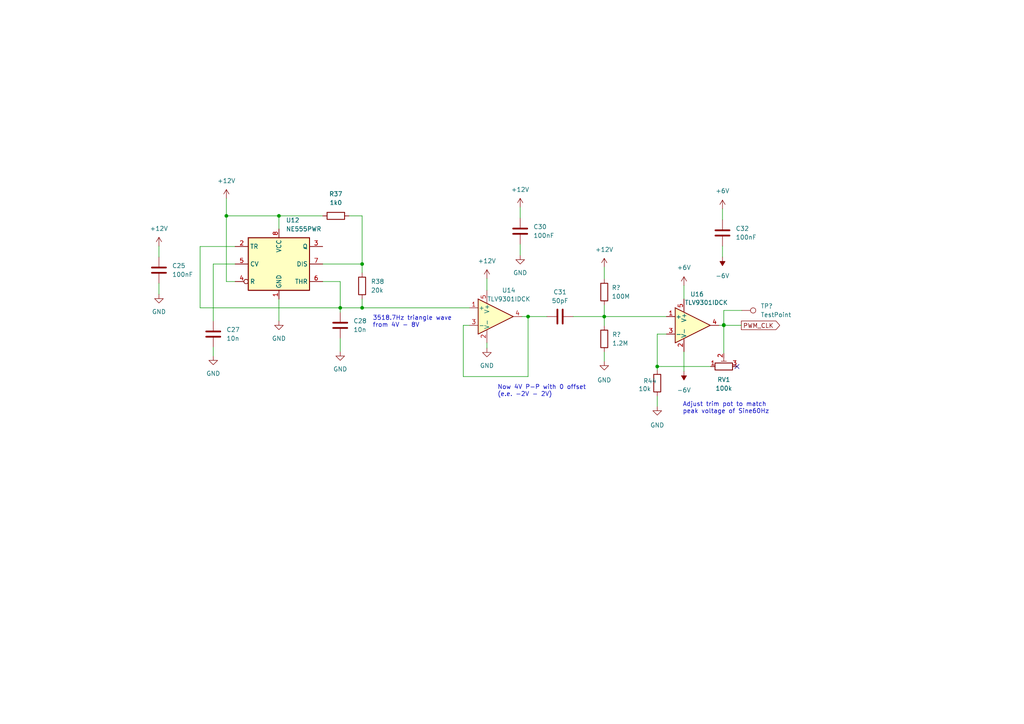
<source format=kicad_sch>
(kicad_sch (version 20211123) (generator eeschema)
  (paper "A4")
  (lib_symbols
    (symbol "Amplifier_Operational:TLV9001IDCK" (pin_names (offset 0.127))
      (property "Reference" "U" (at 7.62 2.54 0))
      (property "Value" "TLV9001IDCK" (at 11.43 -2.54 0))
      (symbol "TLV9001IDCK_0_1"
        (polyline (pts (xy -2.54 5.08) (xy -2.54 -5.08) (xy 7.62 0) (xy -2.54 5.08)) (stroke (width 0.254)) (fill (type background)))
      )
      (symbol "TLV9001IDCK_1_1"
        (pin input line (at -5.08 2.54 0) (length 2.54) (name "+") (number "1"))
        (pin power_in line (at 0 -7.62 90) (length 3.81) (name "V-") (number "2"))
        (pin input line (at -5.08 -2.54 0) (length 2.54) (name "-") (number "3"))
        (pin output line (at 10.16 0 180) (length 2.54) (name "~") (number "4"))
        (pin power_in line (at 0 7.62 270) (length 3.81) (name "V+") (number "5"))
      )
    )
    (symbol "Connector:TestPoint" (pin_numbers hide) (pin_names (offset 0.762) hide)
      (property "Reference" "TP" (at 0 6.858 0))
      (property "Value" "TestPoint" (at 0 5.08 0))
      (symbol "TestPoint_0_1"
        (circle (center 0 3.302) (radius 0.762))
      )
      (symbol "TestPoint_1_1"
        (pin passive line (at 0 0 90) (length 2.54) (name "1") (number "1"))
      )
    )
    (symbol "Device:C" (pin_numbers hide) (pin_names (offset 0.254))
      (property "Reference" "C" (at 0.635 2.54 0))
      (property "Value" "C" (at 0.635 -2.54 0))
      (symbol "C_0_1"
        (polyline (pts (xy -2.032 -0.762) (xy 2.032 -0.762)) (stroke (width 0.508)))
        (polyline (pts (xy -2.032 0.762) (xy 2.032 0.762)) (stroke (width 0.508)))
      )
      (symbol "C_1_1"
        (pin passive line (at 0 3.81 270) (length 2.794) (name "~") (number "1"))
        (pin passive line (at 0 -3.81 90) (length 2.794) (name "~") (number "2"))
      )
    )
    (symbol "Device:R" (pin_numbers hide) (pin_names (offset 0))
      (property "Reference" "R" (at 2.032 0 90))
      (property "Value" "R" (at 0 0 90))
      (symbol "R_0_1"
        (rectangle (start -1.016 -2.54) (end 1.016 2.54) (stroke (width 0.254)))
      )
      (symbol "R_1_1"
        (pin passive line (at 0 3.81 270) (length 1.27) (name "~") (number "1"))
        (pin passive line (at 0 -3.81 90) (length 1.27) (name "~") (number "2"))
      )
    )
    (symbol "Device:R_Potentiometer_Trim" (pin_names (offset 1.016) hide)
      (property "Reference" "RV" (at -4.445 0 90))
      (property "Value" "R_Potentiometer_Trim" (at -2.54 0 90))
      (symbol "R_Potentiometer_Trim_0_1"
        (polyline (pts (xy 1.524 0.762) (xy 1.524 -0.762)))
        (polyline (pts (xy 2.54 0) (xy 1.524 0)))
        (rectangle (start 1.016 2.54) (end -1.016 -2.54) (stroke (width 0.254)))
      )
      (symbol "R_Potentiometer_Trim_1_1"
        (pin passive line (at 0 3.81 270) (length 1.27) (name "1") (number "1"))
        (pin passive line (at 3.81 0 180) (length 1.27) (name "2") (number "2"))
        (pin passive line (at 0 -3.81 90) (length 1.27) (name "3") (number "3"))
      )
    )
    (symbol "GND_2" (power) (pin_names (offset 0))
      (property "Value" "GND_2" (at 0 -3.81 0))
      (symbol "GND_2_0_1"
        (polyline (pts (xy 0 0) (xy 0 -1.27) (xy 1.27 -1.27) (xy 0 -2.54) (xy -1.27 -1.27) (xy 0 -1.27)))
      )
      (symbol "GND_2_1_1"
        (pin power_in line (at 0 0 270) (length 0) hide (name "GND") (number "1"))
      )
    )
    (symbol "Timer:NE555P"
      (property "Reference" "U" (at -10.16 8.89 0))
      (property "Value" "NE555P" (at 2.54 8.89 0))
      (symbol "NE555P_0_0"
        (pin power_in line (at 0 -10.16 90) (length 2.54) (name "GND") (number "1"))
        (pin power_in line (at 0 10.16 270) (length 2.54) (name "VCC") (number "8"))
      )
      (symbol "NE555P_0_1"
        (rectangle (start -8.89 -7.62) (end 8.89 7.62) (stroke (width 0.254)) (fill (type background)))
        (rectangle (start -8.89 -7.62) (end 8.89 7.62) (stroke (width 0.254)) (fill (type background)))
      )
      (symbol "NE555P_1_1"
        (pin input line (at -12.7 5.08 0) (length 3.81) (name "TR") (number "2"))
        (pin output line (at 12.7 5.08 180) (length 3.81) (name "Q") (number "3"))
        (pin input inverted (at -12.7 -5.08 0) (length 3.81) (name "R") (number "4"))
        (pin input line (at -12.7 0 0) (length 3.81) (name "CV") (number "5"))
        (pin input line (at 12.7 -5.08 180) (length 3.81) (name "THR") (number "6"))
        (pin input line (at 12.7 0 180) (length 3.81) (name "DIS") (number "7"))
      )
    )
    (symbol "power:+12V" (power) (pin_names (offset 0))
      (property "Value" "+12V" (at 0 3.556 0))
      (symbol "+12V_0_1"
        (polyline (pts (xy -0.762 1.27) (xy 0 2.54)))
        (polyline (pts (xy 0 0) (xy 0 2.54)))
        (polyline (pts (xy 0 2.54) (xy 0.762 1.27)))
      )
      (symbol "+12V_1_1"
        (pin power_in line (at 0 0 90) (length 0) hide (name "+12V") (number "1"))
      )
    )
    (symbol "power:+6V" (power) (pin_names (offset 0))
      (property "Value" "+6V" (at 0 3.556 0))
      (symbol "+6V_0_1"
        (polyline (pts (xy -0.762 1.27) (xy 0 2.54)))
        (polyline (pts (xy 0 0) (xy 0 2.54)))
        (polyline (pts (xy 0 2.54) (xy 0.762 1.27)))
      )
      (symbol "+6V_1_1"
        (pin power_in line (at 0 0 90) (length 0) hide (name "+6V") (number "1"))
      )
    )
    (symbol "power:-6V" (power) (pin_names (offset 0))
      (property "Value" "-6V" (at 0 3.81 0))
      (symbol "-6V_0_0"
        (pin power_in line (at 0 0 90) (length 0) hide (name "-6V") (number "1"))
      )
      (symbol "-6V_0_1"
        (polyline (pts (xy 0 0) (xy 0 1.27) (xy 0.762 1.27) (xy 0 2.54) (xy -0.762 1.27) (xy 0 1.27)) (fill (type outline)))
      )
    )
    (symbol "power:GND" (power) (pin_names (offset 0))
      (property "Value" "GND" (at 0 -3.81 0))
      (symbol "GND_0_1"
        (polyline (pts (xy 0 0) (xy 0 -1.27) (xy 1.27 -1.27) (xy 0 -2.54) (xy -1.27 -1.27) (xy 0 -1.27)))
      )
      (symbol "GND_1_1"
        (pin power_in line (at 0 0 270) (length 0) hide (name "GND") (number "1"))
      )
    )
  )
  (junction (at 98.679 89.281))
  (junction (at 153.162 91.821))
  (junction (at 190.627 106.299))
  (junction (at 105.029 76.581))
  (junction (at 105.029 89.281))
  (junction (at 175.26 91.821))
  (junction (at 80.899 62.611))
  (junction (at 209.931 94.361))
  (junction (at 209.931 94.234))
  (junction (at 65.659 62.611))
  (no_connect (at 213.741 106.299))
  (wire (pts (xy 175.26 77.47) (xy 175.26 80.899)))
  (wire (pts (xy 105.029 62.611) (xy 101.219 62.611)))
  (wire (pts (xy 198.374 101.981) (xy 198.374 107.696)))
  (wire (pts (xy 153.162 91.821) (xy 153.162 109.22)))
  (wire (pts (xy 190.627 96.901) (xy 190.627 106.299)))
  (wire (pts (xy 175.26 91.821) (xy 193.294 91.821)))
  (wire (pts (xy 215.011 94.361) (xy 209.931 94.361)))
  (wire (pts (xy 193.294 96.901) (xy 190.627 96.901)))
  (wire (pts (xy 209.931 94.361) (xy 209.931 94.234)))
  (wire (pts (xy 46.101 71.374) (xy 46.101 74.549)))
  (wire (pts (xy 141.224 100.965) (xy 141.224 99.441)))
  (wire (pts (xy 209.931 90.043) (xy 209.931 94.234)))
  (wire (pts (xy 80.899 62.611) (xy 65.659 62.611)))
  (wire (pts (xy 98.679 98.171) (xy 98.679 101.981)))
  (wire (pts (xy 105.029 89.281) (xy 136.144 89.281)))
  (wire (pts (xy 46.101 82.169) (xy 46.101 85.344)))
  (wire (pts (xy 98.679 81.661) (xy 98.679 89.281)))
  (wire (pts (xy 134.366 109.22) (xy 153.162 109.22)))
  (wire (pts (xy 209.931 102.489) (xy 209.931 94.361)))
  (wire (pts (xy 153.162 91.821) (xy 158.623 91.821)))
  (wire (pts (xy 175.26 102.108) (xy 175.26 104.775)))
  (wire (pts (xy 136.144 94.361) (xy 134.366 94.361)))
  (wire (pts (xy 206.121 106.299) (xy 190.627 106.299)))
  (wire (pts (xy 190.627 114.935) (xy 190.627 117.856)))
  (wire (pts (xy 80.899 62.611) (xy 93.599 62.611)))
  (wire (pts (xy 65.659 57.531) (xy 65.659 62.611)))
  (wire (pts (xy 208.534 94.361) (xy 209.931 94.361)))
  (wire (pts (xy 175.26 88.519) (xy 175.26 91.821)))
  (wire (pts (xy 80.899 66.421) (xy 80.899 62.611)))
  (wire (pts (xy 166.243 91.821) (xy 175.26 91.821)))
  (wire (pts (xy 65.659 62.611) (xy 65.659 81.661)))
  (wire (pts (xy 58.039 71.501) (xy 58.039 89.281)))
  (wire (pts (xy 141.224 80.772) (xy 141.224 84.201)))
  (wire (pts (xy 209.55 60.579) (xy 209.55 63.754)))
  (wire (pts (xy 209.55 71.374) (xy 209.55 74.549)))
  (wire (pts (xy 198.374 82.804) (xy 198.374 86.741)))
  (wire (pts (xy 105.029 89.281) (xy 105.029 86.741)))
  (wire (pts (xy 98.679 89.281) (xy 98.679 90.551)))
  (wire (pts (xy 150.876 70.866) (xy 150.876 74.041)))
  (wire (pts (xy 61.849 76.581) (xy 61.849 93.091)))
  (wire (pts (xy 134.366 94.361) (xy 134.366 109.22)))
  (wire (pts (xy 58.039 89.281) (xy 98.679 89.281)))
  (wire (pts (xy 93.599 81.661) (xy 98.679 81.661)))
  (wire (pts (xy 190.627 106.299) (xy 190.627 107.315)))
  (wire (pts (xy 175.26 94.488) (xy 175.26 91.821)))
  (wire (pts (xy 105.029 76.581) (xy 105.029 79.121)))
  (wire (pts (xy 68.199 71.501) (xy 58.039 71.501)))
  (wire (pts (xy 93.599 76.581) (xy 105.029 76.581)))
  (wire (pts (xy 80.899 86.741) (xy 80.899 93.091)))
  (wire (pts (xy 150.876 60.071) (xy 150.876 63.246)))
  (wire (pts (xy 65.659 81.661) (xy 68.199 81.661)))
  (wire (pts (xy 105.029 76.581) (xy 105.029 62.611)))
  (wire (pts (xy 215.138 90.043) (xy 209.931 90.043)))
  (wire (pts (xy 151.384 91.821) (xy 153.162 91.821)))
  (wire (pts (xy 68.199 76.581) (xy 61.849 76.581)))
  (wire (pts (xy 98.679 89.281) (xy 105.029 89.281)))
  (wire (pts (xy 61.849 100.711) (xy 61.849 103.251)))
  (text "3518.7Hz triangle wave\nfrom 4V - 8V" (at 108.077 95.123 0) (effects (font (size 1.27 1.27)) (justify left bottom)))
  (text "Adjust trim pot to match \npeak voltage of Sine60Hz" (at 197.993 120.142 0) (effects (font (size 1.27 1.27)) (justify left bottom)))
  (text "Now 4V P-P with 0 offset\n(e.e. -2V - 2V)" (at 144.272 115.189 0) (effects (font (size 1.27 1.27)) (justify left bottom)))
  (global_label "PWM_CLK" (shape output) (at 215.011 94.361 0) (property "Intersheet References" "${INTERSHEET_REFS}" (effects hide)))
  (symbol (lib_id "power:GND") (at 150.876 74.041 0) (unit 1)
    (property "Reference" "#PWR?" (effects hide))
    (property "Value" "GND" (at 150.876 79.121 0))
  )
  (symbol (lib_name "GND_2") (lib_id "power:GND") (at 175.26 104.775 0) (unit 1)
    (property "Reference" "#PWR?" (effects hide))
    (property "Value" "GND" (at 175.26 110.236 0))
  )
  (symbol (lib_id "Device:R") (at 97.409 62.611 90) (unit 1)
    (property "Reference" "R37" (at 97.409 56.261 90))
    (property "Value" "1k0" (at 97.409 58.801 90))
  )
  (symbol (lib_id "power:-6V") (at 209.55 74.549 180) (unit 1)
    (property "Reference" "#PWR?" (effects hide))
    (property "Value" "-6V" (at 209.55 80.01 0))
  )
  (symbol (lib_id "power:+12V") (at 175.26 77.47 0) (unit 1)
    (property "Reference" "#PWR?" (effects hide))
    (property "Value" "+12V" (at 175.26 72.39 0))
  )
  (symbol (lib_id "Amplifier_Operational:TLV9001IDCK") (at 198.374 94.361 0) (unit 1)
    (property "Reference" "U16" (at 202.184 85.344 0))
    (property "Value" "TLV9301IDCK" (at 204.851 87.757 0))
    (property "Footprint" "Package_TO_SOT_SMD:SOT-353_SC-70-5" (effects hide))
    (property "Datasheet" "https://www.ti.com/lit/ds/symlink/tlv9001.pdf" (effects hide))
  )
  (symbol (lib_id "Device:R") (at 175.26 98.298 0) (unit 1)
    (property "Reference" "R?" (at 177.546 97.0279 0) (effects (justify left)))
    (property "Value" "1.2M" (at 177.546 99.5679 0) (effects (justify left)))
  )
  (symbol (lib_id "Device:R") (at 190.627 111.125 0) (unit 1)
    (property "Reference" "R44" (at 186.563 110.49 0) (effects (justify left)))
    (property "Value" "10k" (at 185.166 112.776 0) (effects (justify left)))
  )
  (symbol (lib_id "power:+6V") (at 198.374 82.804 0) (unit 1)
    (property "Reference" "#PWR?" (effects hide))
    (property "Value" "+6V" (at 198.374 77.597 0))
  )
  (symbol (lib_id "Device:C") (at 162.433 91.821 90) (unit 1)
    (property "Reference" "C31" (at 162.433 84.709 90))
    (property "Value" "50pF" (at 162.433 87.249 90))
  )
  (symbol (lib_id "Device:C") (at 98.679 94.361 0) (unit 1)
    (property "Reference" "C28" (at 102.489 93.0909 0) (effects (justify left)))
    (property "Value" "10n" (at 102.489 95.6309 0) (effects (justify left)))
  )
  (symbol (lib_id "power:+12V") (at 65.659 57.531 0) (unit 1)
    (property "Reference" "#PWR?" (effects hide))
    (property "Value" "+12V" (at 65.659 52.451 0))
  )
  (symbol (lib_id "Connector:TestPoint") (at 215.138 90.043 270) (unit 1)
    (property "Reference" "TP?" (at 220.599 88.7729 90) (effects (justify left)))
    (property "Value" "TestPoint" (at 220.599 91.3129 90) (effects (justify left)))
  )
  (symbol (lib_id "power:+6V") (at 209.55 60.579 0) (unit 1)
    (property "Reference" "#PWR?" (effects hide))
    (property "Value" "+6V" (at 209.55 55.372 0))
  )
  (symbol (lib_id "power:GND") (at 61.849 103.251 0) (unit 1)
    (property "Reference" "#PWR?" (effects hide))
    (property "Value" "GND" (at 61.849 108.331 0))
  )
  (symbol (lib_id "Device:R") (at 175.26 84.709 0) (unit 1)
    (property "Reference" "R?" (at 177.419 83.4389 0) (effects (justify left)))
    (property "Value" "100M" (at 177.419 85.9789 0) (effects (justify left)))
  )
  (symbol (lib_id "Device:C") (at 150.876 67.056 0) (unit 1)
    (property "Reference" "C30" (at 154.686 65.7859 0) (effects (justify left)))
    (property "Value" "100nF" (at 154.686 68.3259 0) (effects (justify left)))
  )
  (symbol (lib_id "power:GND") (at 46.101 85.344 0) (unit 1)
    (property "Reference" "#PWR?" (effects hide))
    (property "Value" "GND" (at 46.101 90.424 0))
  )
  (symbol (lib_name "GND_2") (lib_id "power:GND") (at 190.627 117.856 0) (unit 1)
    (property "Reference" "#PWR?" (effects hide))
    (property "Value" "GND" (at 190.627 123.317 0))
  )
  (symbol (lib_id "Device:R") (at 105.029 82.931 0) (unit 1)
    (property "Reference" "R38" (at 107.569 81.6609 0) (effects (justify left)))
    (property "Value" "20k" (at 107.569 84.2009 0) (effects (justify left)))
  )
  (symbol (lib_id "Amplifier_Operational:TLV9001IDCK") (at 141.224 91.821 0) (unit 1)
    (property "Reference" "U14" (at 147.574 84.201 0))
    (property "Value" "TLV9301IDCK" (at 147.574 86.741 0))
    (property "Footprint" "Package_TO_SOT_SMD:SOT-353_SC-70-5" (effects hide))
    (property "Datasheet" "https://www.ti.com/lit/ds/symlink/tlv9001.pdf" (effects hide))
  )
  (symbol (lib_id "Timer:NE555P") (at 80.899 76.581 0) (unit 1)
    (property "Reference" "U12" (at 82.9184 63.881 0) (effects (justify left)))
    (property "Value" "NE555PWR" (at 82.9184 66.421 0) (effects (justify left)))
    (property "Footprint" "Package_SO:TSSOP-8_4.4x3mm_P0.65mm" (effects hide))
    (property "Datasheet" "http://www.ti.com/lit/ds/symlink/ne555.pdf" (effects hide))
  )
  (symbol (lib_id "power:+12V") (at 46.101 71.374 0) (unit 1)
    (property "Reference" "#PWR?" (effects hide))
    (property "Value" "+12V" (at 46.101 66.294 0))
  )
  (symbol (lib_id "power:-6V") (at 198.374 107.696 180) (unit 1)
    (property "Reference" "#PWR?" (effects hide))
    (property "Value" "-6V" (at 198.374 113.157 0))
  )
  (symbol (lib_id "power:GND") (at 80.899 93.091 0) (unit 1)
    (property "Reference" "#PWR?" (effects hide))
    (property "Value" "GND" (at 80.899 98.171 0))
  )
  (symbol (lib_id "power:GND") (at 141.224 100.965 0) (unit 1)
    (property "Reference" "#PWR?" (effects hide))
    (property "Value" "GND" (at 141.224 106.045 0))
  )
  (symbol (lib_id "Device:C") (at 209.55 67.564 0) (unit 1)
    (property "Reference" "C32" (at 213.36 66.2939 0) (effects (justify left)))
    (property "Value" "100nF" (at 213.36 68.8339 0) (effects (justify left)))
  )
  (symbol (lib_id "power:GND") (at 98.679 101.981 0) (unit 1)
    (property "Reference" "#PWR?" (effects hide))
    (property "Value" "GND" (at 98.679 107.061 0))
  )
  (symbol (lib_id "Device:R_Potentiometer_Trim") (at 209.931 106.299 90) (unit 1)
    (property "Reference" "RV1" (at 209.931 110.109 90))
    (property "Value" "100k" (at 209.931 112.649 90))
  )
  (symbol (lib_id "power:+12V") (at 150.876 60.071 0) (unit 1)
    (property "Reference" "#PWR?" (effects hide))
    (property "Value" "+12V" (at 150.876 54.991 0))
  )
  (symbol (lib_id "power:+12V") (at 141.224 80.772 0) (unit 1)
    (property "Reference" "#PWR?" (effects hide))
    (property "Value" "+12V" (at 141.224 75.692 0))
  )
  (symbol (lib_id "Device:C") (at 61.849 96.901 0) (unit 1)
    (property "Reference" "C27" (at 65.659 95.6309 0) (effects (justify left)))
    (property "Value" "10n" (at 65.659 98.1709 0) (effects (justify left)))
  )
  (symbol (lib_id "Device:C") (at 46.101 78.359 0) (unit 1)
    (property "Reference" "C25" (at 49.911 77.0889 0) (effects (justify left)))
    (property "Value" "100nF" (at 49.911 79.6289 0) (effects (justify left)))
  )
)
</source>
